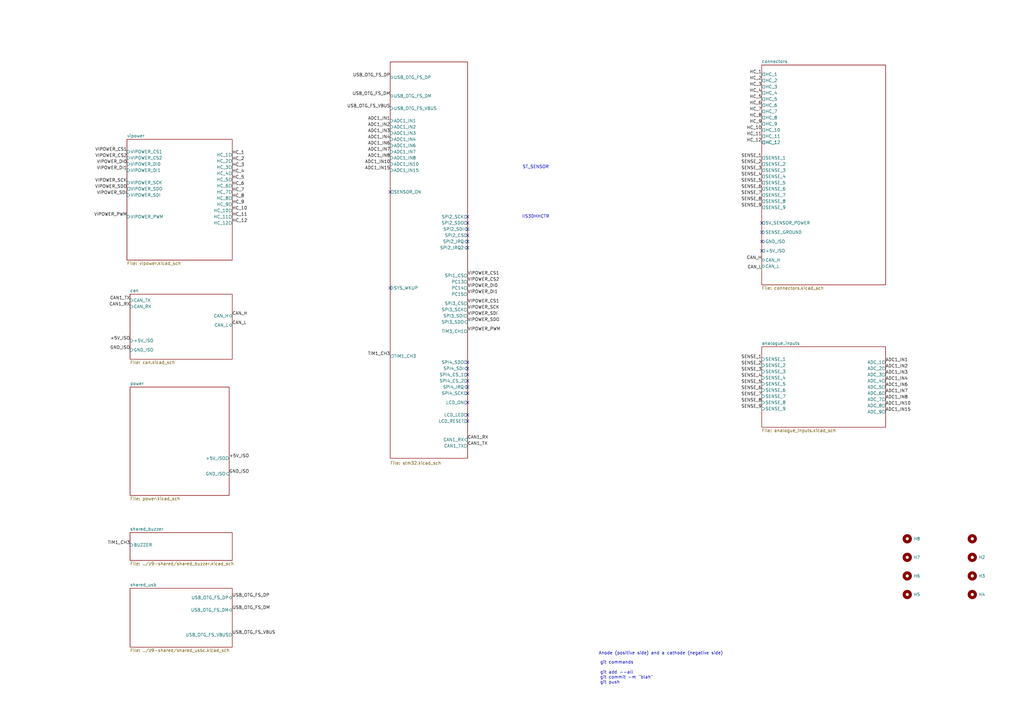
<source format=kicad_sch>
(kicad_sch (version 20250114) (generator "eeschema") (generator_version "9.0")
  (paper "A3")
  (title_block (title "l8") (date "2024-05-30") (company "DNT"))
  (lib_symbols
    (symbol "dnt_global:MountingHole_-_4MM" (pin_names (offset 1.016)) (exclude_from_sim yes) (in_bom no)
      (property "Reference" "H" (at 0 5.08 0))
      (property "Value" "MountingHole_-_4MM" (at 0 3.175 0))
      (symbol "MountingHole_-_4MM_0_1"
        (circle (center 0 0) (radius 1.27) (stroke (width 1.27)))
      )
    )
  )
  (text "ST_SENSOR" (at 219.71 68.58 0) (effects (font (size 1.27 1.27))))
  (text "git commands\n\ngit add --all\ngit commit -m \"blah\"\ngit push " (at 246.126 275.844 0) (effects (font (size 1.27 1.27)) (justify left)))
  (text "IIS3DHHCTR" (at 219.71 88.9 0) (effects (font (size 1.27 1.27))))
  (text "Anode (positive side) and a cathode (negative side) " (at 271.526 267.97 0) (effects (font (size 1.27 1.27))))
  (no_connect (at 312.42 91.44))
  (no_connect (at 191.77 158.75))
  (no_connect (at 191.77 91.44))
  (no_connect (at 191.77 99.06))
  (no_connect (at 312.42 99.06))
  (no_connect (at 191.77 96.52))
  (no_connect (at 312.42 95.25))
  (no_connect (at 191.77 88.9))
  (no_connect (at 191.77 101.6))
  (no_connect (at 191.77 170.18))
  (no_connect (at 191.77 151.13))
  (no_connect (at 160.02 78.74))
  (no_connect (at 191.77 165.1))
  (no_connect (at 191.77 156.21))
  (no_connect (at 191.77 148.59))
  (no_connect (at 191.77 161.29))
  (no_connect (at 191.77 153.67))
  (no_connect (at 160.02 118.11))
  (no_connect (at 312.42 102.87))
  (no_connect (at 191.77 172.72))
  (no_connect (at 191.77 93.98))
  (wire (pts (xy 312.42 110.49) (xy 312.42 109.22)))
  (label "CAN_L" (at 312.42 110.49 180))
  (label "USB_OTG_FS_VBUS" (at 95.25 260.35 0))
  (label "ADC1_IN3" (at 160.02 54.61 180))
  (label "HC_3" (at 95.25 68.58 0))
  (label "SENSE_1" (at 312.42 64.77 180))
  (label "SENSE_8" (at 312.42 165.1 180))
  (label "HC_9" (at 312.42 50.8 180))
  (label "+5V_ISO" (at 93.98 187.96 0))
  (label "HC_8" (at 312.42 48.26 180))
  (label "ADC1_IN2" (at 160.02 52.07 180))
  (label "HC_10" (at 312.42 53.34 180))
  (label "HC_12" (at 95.25 91.44 0))
  (label "HC_3" (at 312.42 35.56 180))
  (label "HC_6" (at 95.25 76.2 0))
  (label "HC_1" (at 95.25 63.5 0))
  (label "VIPOWER_PWM" (at 52.07 88.9 180))
  (label "HC_6" (at 312.42 43.18 180))
  (label "USB_OTG_FS_DP" (at 160.02 31.75 180))
  (label "VIPOWER_DI1" (at 52.07 69.85 180))
  (label "VIPOWER_SDO" (at 52.07 77.47 180))
  (label "VIPOWER_CS1" (at 191.77 113.03 0))
  (label "ADC1_IN8" (at 363.22 163.83 0))
  (label "ADC1_IN4" (at 363.22 156.21 0))
  (label "HC_5" (at 312.42 40.64 180))
  (label "SENSE_7" (at 312.42 80.01 180))
  (label "VIPOWER_DI1" (at 191.77 120.65 0))
  (label "SENSE_6" (at 312.42 77.47 180))
  (label "HC_7" (at 95.25 78.74 0))
  (label "USB_OTG_FS_DP" (at 95.25 245.11 0))
  (label "VIPOWER_SDI" (at 52.07 80.01 180))
  (label "GND_ISO" (at 93.98 194.31 0))
  (label "ADC1_IN1" (at 160.02 49.53 180))
  (label "USB_OTG_FS_VBUS" (at 160.02 44.45 180))
  (label "ADC1_IN10" (at 160.02 67.31 180))
  (label "SENSE_2" (at 312.42 149.86 180))
  (label "HC_7" (at 312.42 45.72 180))
  (label "VIPOWER_DI0" (at 191.77 118.11 0))
  (label "VIPOWER_SCK" (at 52.07 74.93 180))
  (label "SENSE_7" (at 312.42 162.56 180))
  (label "ADC1_IN7" (at 363.22 161.29 0))
  (label "SENSE_3" (at 312.42 152.4 180))
  (label "CAN_H" (at 95.25 129.54 0))
  (label "HC_1" (at 312.42 30.48 180))
  (label "ADC1_IN1" (at 363.22 148.59 0))
  (label "ADC1_IN4" (at 160.02 57.15 180))
  (label "USB_OTG_FS_DM" (at 160.02 39.37 180))
  (label "TIM1_CH3" (at 160.02 146.05 180))
  (label "ADC1_IN15" (at 363.22 168.91 0))
  (label "CAN1_RX" (at 191.77 180.34 0))
  (label "USB_OTG_FS_DM" (at 95.25 250.19 0))
  (label "SENSE_5" (at 312.42 74.93 180))
  (label "HC_11" (at 95.25 88.9 0))
  (label "HC_8" (at 95.25 81.28 0))
  (label "CAN1_RX" (at 53.34 125.73 180))
  (label "HC_4" (at 95.25 71.12 0))
  (label "CAN1_TX" (at 53.34 123.19 180))
  (label "SENSE_9" (at 312.42 85.09 180))
  (label "HC_9" (at 95.25 83.82 0))
  (label "CAN1_TX" (at 191.77 182.88 0))
  (label "CAN_L" (at 95.25 133.35 0))
  (label "SENSE_6" (at 312.42 160.02 180))
  (label "SENSE_5" (at 312.42 157.48 180))
  (label "SENSE_3" (at 312.42 69.85 180))
  (label "VIPOWER_SDO" (at 191.77 132.08 0))
  (label "VIPOWER_SCK" (at 191.77 127 0))
  (label "ADC1_IN15" (at 160.02 69.85 180))
  (label "SENSE_9" (at 312.42 167.64 180))
  (label "ADC1_IN6" (at 363.22 158.75 0))
  (label "VIPOWER_CS1" (at 191.77 124.46 0))
  (label "HC_4" (at 312.42 38.1 180))
  (label "VIPOWER_CS2" (at 52.07 64.77 180))
  (label "ADC1_IN2" (at 363.22 151.13 0))
  (label "HC_2" (at 312.42 33.02 180))
  (label "HC_11" (at 312.42 55.88 180))
  (label "HC_12" (at 312.42 58.42 180))
  (label "SENSE_8" (at 312.42 82.55 180))
  (label "VIPOWER_DI0" (at 52.07 67.31 180))
  (label "VIPOWER_PWM" (at 191.77 135.89 0))
  (label "+5V_ISO" (at 53.34 139.7 180))
  (label "ADC1_IN8" (at 160.02 64.77 180))
  (label "ADC1_IN6" (at 160.02 59.69 180))
  (label "SENSE_1" (at 312.42 147.32 180))
  (label "SENSE_4" (at 312.42 72.39 180))
  (label "HC_10" (at 95.25 86.36 0))
  (label "VIPOWER_CS1" (at 52.07 62.23 180))
  (label "ADC1_IN7" (at 160.02 62.23 180))
  (label "HC_2" (at 95.25 66.04 0))
  (label "VIPOWER_SDI" (at 191.77 129.54 0))
  (label "TIM1_CH3" (at 53.34 223.52 180))
  (label "GND_ISO" (at 53.34 143.51 180))
  (label "ADC1_IN3" (at 363.22 153.67 0))
  (label "SENSE_2" (at 312.42 67.31 180))
  (label "VIPOWER_CS2" (at 191.77 115.57 0))
  (label "SENSE_4" (at 312.42 154.94 180))
  (label "ADC1_IN10" (at 363.22 166.37 0))
  (label "CAN_H" (at 312.42 106.68 180))
  (label "HC_5" (at 95.25 73.66 0))
  (symbol (lib_id "dnt_global:MountingHole_-_4MM") (at 398.78 228.6 0) (unit 1) (exclude_from_sim yes) (in_bom no)
    (property "Reference" "H2" (at 401.32 228.5999 0) (effects (justify left)))
    (property "Value" "MountingHole_-_4MM" (effects (hide yes)))
    (property "Footprint" "MountingHole:MountingHole_4.3mm_M4_DIN965" (effects (hide yes)))
    (property "Description" "Mounting Hole without connection" (effects (hide yes)))
  )
  (symbol (lib_id "dnt_global:MountingHole_-_4MM") (at 372.11 236.22 0) (unit 1) (exclude_from_sim yes) (in_bom no)
    (property "Reference" "H6" (at 374.65 236.2199 0) (effects (justify left)))
    (property "Value" "MountingHole_-_4MM" (effects (hide yes)))
    (property "Footprint" "MountingHole:MountingHole_4.3mm_M4_DIN965" (effects (hide yes)))
    (property "Description" "Mounting Hole without connection" (effects (hide yes)))
  )
  (symbol (lib_id "dnt_global:MountingHole_-_4MM") (at 372.11 243.84 0) (unit 1) (exclude_from_sim yes) (in_bom no)
    (property "Reference" "H5" (at 374.65 243.8399 0) (effects (justify left)))
    (property "Value" "MountingHole_-_4MM" (effects (hide yes)))
    (property "Footprint" "MountingHole:MountingHole_4.3mm_M4_DIN965" (effects (hide yes)))
    (property "Description" "Mounting Hole without connection" (effects (hide yes)))
  )
  (symbol (lib_id "dnt_global:MountingHole_-_4MM") (at 398.78 236.22 0) (unit 1) (exclude_from_sim yes) (in_bom no)
    (property "Reference" "H3" (at 401.32 236.2199 0) (effects (justify left)))
    (property "Value" "MountingHole_-_4MM" (effects (hide yes)))
    (property "Footprint" "MountingHole:MountingHole_4.3mm_M4_DIN965" (effects (hide yes)))
    (property "Description" "Mounting Hole without connection" (effects (hide yes)))
  )
  (symbol (lib_id "dnt_global:MountingHole_-_4MM") (at 398.78 220.98 0) (unit 1) (exclude_from_sim yes) (in_bom no)
    (property "Reference" "H1" (effects (hide yes)))
    (property "Value" "MountingHole_-_4MM" (effects (hide yes)))
    (property "Footprint" "MountingHole:MountingHole_4.3mm_M4_DIN965" (effects (hide yes)))
    (property "Description" "Mounting Hole without connection" (effects (hide yes)))
  )
  (symbol (lib_id "dnt_global:MountingHole_-_4MM") (at 398.78 243.84 0) (unit 1) (exclude_from_sim yes) (in_bom no)
    (property "Reference" "H4" (at 401.32 243.8399 0) (effects (justify left)))
    (property "Value" "MountingHole_-_4MM" (effects (hide yes)))
    (property "Footprint" "MountingHole:MountingHole_4.3mm_M4_DIN965" (effects (hide yes)))
    (property "Description" "Mounting Hole without connection" (effects (hide yes)))
  )
  (symbol (lib_id "dnt_global:MountingHole_-_4MM") (at 372.11 220.98 0) (unit 1) (exclude_from_sim yes) (in_bom no)
    (property "Reference" "H8" (at 374.65 220.9799 0) (effects (justify left)))
    (property "Value" "MountingHole_-_4MM" (effects (hide yes)))
    (property "Footprint" "MountingHole:MountingHole_4.3mm_M4_DIN965" (effects (hide yes)))
    (property "Description" "Mounting Hole without connection" (effects (hide yes)))
  )
  (symbol (lib_id "dnt_global:MountingHole_-_4MM") (at 372.11 228.6 0) (unit 1) (exclude_from_sim yes) (in_bom no)
    (property "Reference" "H7" (at 374.65 228.5999 0) (effects (justify left)))
    (property "Value" "MountingHole_-_4MM" (effects (hide yes)))
    (property "Footprint" "MountingHole:MountingHole_4.3mm_M4_DIN965" (effects (hide yes)))
    (property "Description" "Mounting Hole without connection" (effects (hide yes)))
  )
  (sheet (at 160.02 25.4) (size 31.75 162.56)
    (property "Sheetname" "MCU" (effects (hide yes)))
    (property "Sheetfile" "stm32.kicad_sch" (at 160.02 189.1796 0) (effects (justify left top)))
    (pin "SPI2_SDO" output (at 191.77 91.44 0))
    (pin "SPI2_SDI" input (at 191.77 93.98 0))
    (pin "SPI2_SCK" output (at 191.77 88.9 0))
    (pin "SPI2_CS" output (at 191.77 96.52 0))
    (pin "LCD_ON" output (at 191.77 165.1 0))
    (pin "CAN1_RX" input (at 191.77 180.34 0))
    (pin "CAN1_TX" output (at 191.77 182.88 0))
    (pin "LCD_LED" output (at 191.77 170.18 0))
    (pin "LCD_RESET" output (at 191.77 172.72 0))
    (pin "SPI2_IRQ2" input (at 191.77 101.6 0))
    (pin "SPI2_IRQ" input (at 191.77 99.06 0))
    (pin "USB_OTG_FS_DP" bidirectional (at 160.02 31.75 180))
    (pin "USB_OTG_FS_DM" bidirectional (at 160.02 39.37 180))
    (pin "USB_OTG_FS_VBUS" input (at 160.02 44.45 180))
    (pin "SPI4_CS_1" output (at 191.77 153.67 0))
    (pin "SPI4_CS_2" output (at 191.77 156.21 0))
    (pin "SPI4_IRQ" input (at 191.77 158.75 0))
    (pin "SPI3_CS" output (at 191.77 124.46 0))
    (pin "SPI3_SCK" output (at 191.77 127 0))
    (pin "SPI3_SDI" output (at 191.77 129.54 0))
    (pin "SPI3_SDO" input (at 191.77 132.08 0))
    (pin "ADC1_IN1" input (at 160.02 49.53 180))
    (pin "ADC1_IN4" input (at 160.02 57.15 180))
    (pin "ADC1_IN10" input (at 160.02 67.31 180))
    (pin "ADC1_IN2" input (at 160.02 52.07 180))
    (pin "ADC1_IN3" input (at 160.02 54.61 180))
    (pin "SYS_WKUP" input (at 160.02 118.11 180))
    (pin "ADC1_IN6" input (at 160.02 59.69 180))
    (pin "ADC1_IN7" input (at 160.02 62.23 180))
    (pin "ADC1_IN8" input (at 160.02 64.77 180))
    (pin "ADC1_IN15" input (at 160.02 69.85 180))
    (pin "SENSOR_ON" output (at 160.02 78.74 180))
    (pin "PC13" output (at 191.77 115.57 0))
    (pin "TIM3_CH1" output (at 191.77 135.89 0))
    (pin "PC14" output (at 191.77 118.11 0))
    (pin "PC15" output (at 191.77 120.65 0))
    (pin "SPI1_CS" output (at 191.77 113.03 0))
    (pin "SPI4_SCK" output (at 191.77 161.29 0))
    (pin "SPI4_SDI" input (at 191.77 151.13 0))
    (pin "SPI4_SDO" output (at 191.77 148.59 0))
    (pin "TIM1_CH3" output (at 160.02 146.05 180))
  )
  (sheet (at 312.42 142.24) (size 50.8 33.02) (stroke (width 0.1524))
    (property "Sheetname" "analogue_inputs" (at 312.42 141.5284 0) (effects (justify left bottom)))
    (property "Sheetfile" "analogue_inputs.kicad_sch" (at 312.42 175.8446 0) (effects (justify left top)))
    (pin "ADC_1" output (at 363.22 148.59 0))
    (pin "ADC_2" output (at 363.22 151.13 0))
    (pin "ADC_3" output (at 363.22 153.67 0))
    (pin "ADC_4" output (at 363.22 156.21 0))
    (pin "ADC_5" output (at 363.22 158.75 0))
    (pin "ADC_6" output (at 363.22 161.29 0))
    (pin "ADC_7" output (at 363.22 163.83 0))
    (pin "ADC_8" output (at 363.22 166.37 0))
    (pin "ADC_9" output (at 363.22 168.91 0))
    (pin "SENSE_1" input (at 312.42 147.32 180))
    (pin "SENSE_2" input (at 312.42 149.86 180))
    (pin "SENSE_3" input (at 312.42 152.4 180))
    (pin "SENSE_4" input (at 312.42 154.94 180))
    (pin "SENSE_5" input (at 312.42 157.48 180))
    (pin "SENSE_6" input (at 312.42 160.02 180))
    (pin "SENSE_7" input (at 312.42 162.56 180))
    (pin "SENSE_8" input (at 312.42 165.1 180))
    (pin "SENSE_9" input (at 312.42 167.64 180))
  )
  (sheet (at 312.42 26.67) (size 50.8 90.17) (stroke (width 0.1524))
    (property "Sheetname" "connectors" (at 312.42 25.9584 0) (effects (justify left bottom)))
    (property "Sheetfile" "connectors.kicad_sch" (at 312.42 117.4246 0) (effects (justify left top)))
    (pin "5V_SENSOR_POWER" output (at 312.42 91.44 180))
    (pin "CAN_H" bidirectional (at 312.42 106.68 180))
    (pin "CAN_L" bidirectional (at 312.42 109.22 180))
    (pin "HC_1" output (at 312.42 58.42 180))
    (pin "HC_3" output (at 312.42 35.56 180))
    (pin "HC_4" output (at 312.42 38.1 180))
    (pin "HC_5" output (at 312.42 40.64 180))
    (pin "HC_6" output (at 312.42 43.18 180))
    (pin "HC_7" output (at 312.42 45.72 180))
    (pin "HC_8" output (at 312.42 48.26 180))
    (pin "HC_9" output (at 312.42 50.8 180))
    (pin "HC_10" output (at 312.42 53.34 180))
    (pin "HC_11" output (at 312.42 55.88 180))
    (pin "HC_12" output (at 312.42 58.42 180))
    (pin "SENSE_GROUND" input (at 312.42 95.25 180))
    (pin "+5V_ISO" output (at 312.42 102.87 180))
    (pin "GND_ISO" bidirectional (at 312.42 99.06 180))
    (pin "HC_2" output (at 312.42 33.02 180))
    (pin "HC_1" output (at 312.42 30.48 180))
    (pin "SENSE_1" output (at 312.42 64.77 180))
    (pin "SENSE_2" output (at 312.42 67.31 180))
    (pin "SENSE_3" output (at 312.42 69.85 180))
    (pin "SENSE_4" output (at 312.42 72.39 180))
    (pin "SENSE_5" output (at 312.42 74.93 180))
    (pin "SENSE_6" output (at 312.42 77.47 180))
    (pin "SENSE_7" output (at 312.42 80.01 180))
    (pin "SENSE_8" output (at 312.42 82.55 180))
    (pin "SENSE_9" output (at 312.42 85.09 180))
  )
  (sheet (at 53.34 120.65) (size 41.91 26.67) (stroke (width 0.1524))
    (property "Sheetname" "can" (at 53.34 119.9384 0) (effects (justify left bottom)))
    (property "Sheetfile" "can.kicad_sch" (at 53.34 147.9046 0) (effects (justify left top)))
    (pin "GND_ISO" input (at 53.34 143.51 180))
    (pin "+5V_ISO" input (at 53.34 139.7 180))
    (pin "CAN_TX" input (at 53.34 123.19 180))
    (pin "CAN_RX" input (at 53.34 125.73 180))
    (pin "CAN_H" bidirectional (at 95.25 129.54 0))
    (pin "CAN_L" bidirectional (at 95.25 133.35 0))
  )
  (sheet (at 53.34 241.3) (size 41.91 24.13) (stroke (width 0.1524))
    (property "Sheetname" "shared_usb" (at 53.34 240.5884 0) (effects (justify left bottom)))
    (property "Sheetfile" "../z9-shared/shared_usbc.kicad_sch" (at 53.34 266.0146 0) (effects (justify left top)))
    (pin "USB_OTG_FS_DP" bidirectional (at 95.25 245.11 0))
    (pin "USB_OTG_FS_DM" bidirectional (at 95.25 250.19 0))
    (pin "USB_OTG_FS_VBUS" output (at 95.25 260.35 0))
  )
  (sheet (at 53.34 218.44) (size 41.91 11.43) (stroke (width 0.1524))
    (property "Sheetname" "shared_buzzer" (at 53.34 217.7284 0) (effects (justify left bottom)))
    (property "Sheetfile" "../z9-shared/shared_buzzer.kicad_sch" (at 53.34 230.4546 0) (effects (justify left top)))
    (pin "BUZZER" input (at 53.34 223.52 180))
  )
  (sheet (at 53.34 158.75) (size 40.64 44.45) (stroke (width 0.1524))
    (property "Sheetname" "power" (at 53.34 158.0384 0) (effects (justify left bottom)))
    (property "Sheetfile" "power.kicad_sch" (at 53.34 203.7846 0) (effects (justify left top)))
    (pin "GND_ISO" input (at 93.98 194.31 0))
    (pin "+5V_ISO" output (at 93.98 187.96 0))
  )
  (sheet (at 52.07 57.15) (size 43.18 49.53) (stroke (width 0.1524))
    (property "Sheetname" "vipower" (at 52.07 56.4384 0) (effects (justify left bottom)))
    (property "Sheetfile" "vipower.kicad_sch" (at 52.07 107.2646 0) (effects (justify left top)))
    (pin "VIPOWER_CS1" input (at 52.07 62.23 180))
    (pin "VIPOWER_CS2" input (at 52.07 64.77 180))
    (pin "VIPOWER_DI0" input (at 52.07 67.31 180))
    (pin "VIPOWER_DI1" input (at 52.07 69.85 180))
    (pin "VIPOWER_PWM" input (at 52.07 88.9 180))
    (pin "VIPOWER_SCK" input (at 52.07 74.93 180))
    (pin "VIPOWER_SDI" input (at 52.07 80.01 180))
    (pin "HC_1" output (at 95.25 63.5 0))
    (pin "HC_2" output (at 95.25 66.04 0))
    (pin "HC_3" output (at 95.25 68.58 0))
    (pin "HC_4" output (at 95.25 71.12 0))
    (pin "HC_5" output (at 95.25 73.66 0))
    (pin "HC_6" output (at 95.25 76.2 0))
    (pin "HC_7" output (at 95.25 78.74 0))
    (pin "HC_8" output (at 95.25 81.28 0))
    (pin "HC_9" output (at 95.25 83.82 0))
    (pin "HC_10" output (at 95.25 86.36 0))
    (pin "HC_11" output (at 95.25 88.9 0))
    (pin "HC_12" output (at 95.25 91.44 0))
    (pin "VIPOWER_SDO" output (at 52.07 77.47 180))
  )
)
</source>
